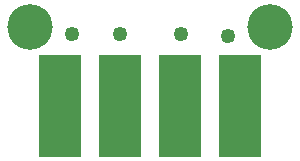
<source format=gts>
G04 MADE WITH FRITZING*
G04 WWW.FRITZING.ORG*
G04 DOUBLE SIDED*
G04 HOLES PLATED*
G04 CONTOUR ON CENTER OF CONTOUR VECTOR*
%ASAXBY*%
%FSLAX23Y23*%
%MOIN*%
%OFA0B0*%
%SFA1.0B1.0*%
%ADD10C,0.049370*%
%ADD11C,0.151732*%
%ADD12R,0.143858X0.340709*%
%LNMASK1*%
G90*
G70*
G54D10*
X227Y430D03*
G54D11*
X886Y454D03*
X86Y454D03*
G54D10*
X387Y430D03*
X591Y430D03*
X747Y424D03*
G54D12*
X186Y190D03*
X386Y190D03*
X586Y190D03*
X786Y190D03*
G04 End of Mask1*
M02*
</source>
